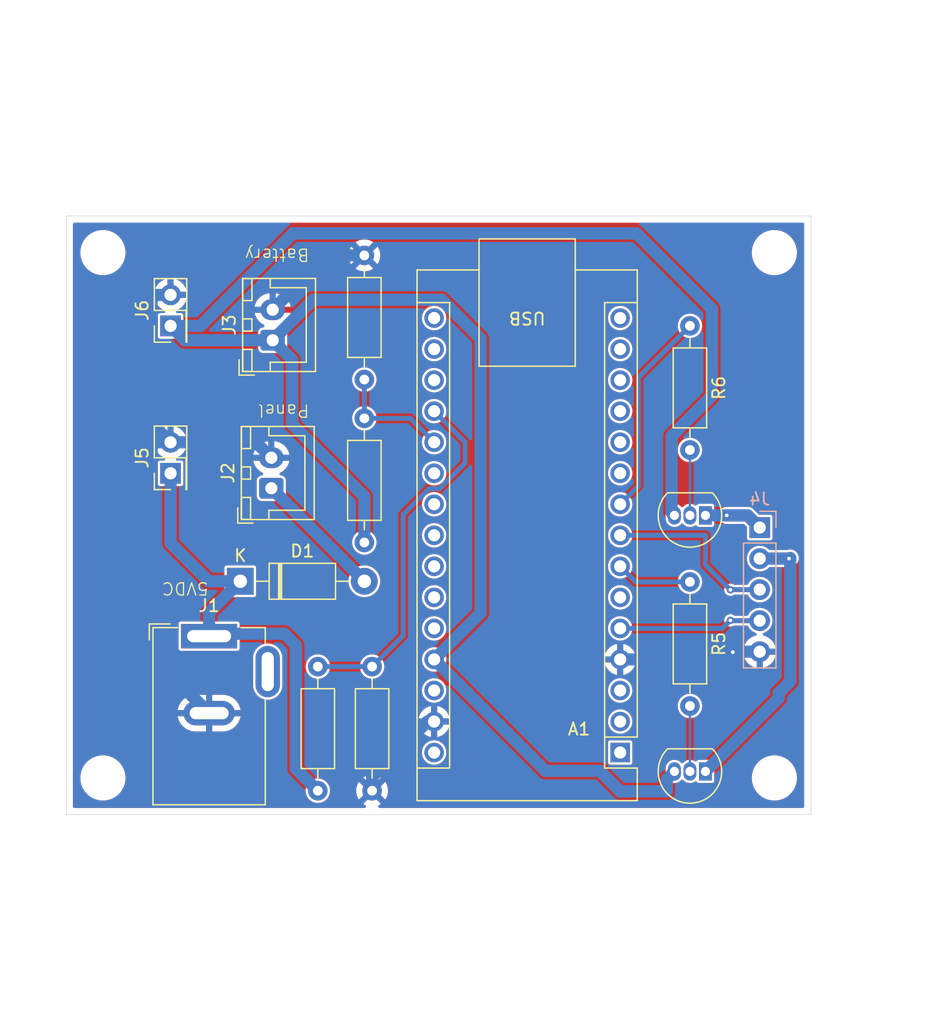
<source format=kicad_pcb>
(kicad_pcb (version 20240108) (generator "pcbnew") (generator_version "8.0")
  (layers (0 "F.Cu" signal) (31 "B.Cu" signal) (34 "B.Paste" user) (35 "F.Paste" user) (36 "B.SilkS" user "B.Silkscreen") (37 "F.SilkS" user "F.Silkscreen") (38 "B.Mask" user) (39 "F.Mask" user) (44 "Edge.Cuts" user))
  (net 0 "")
  (net 1 "+BATT")
  (net 3 "-BATT")
  (net 7 "/CHARGING_PIN")
  (net 11 "/CHARGING_LED_PIN")
  (net 17 "/BAT_PIN")
  (net 19 "/HIGH_LED_PIN")
  (net 23 "/BUTTON_PIN")
  (net 25 "/LOW_LED_PIN")
  (net 30 "+VDC")
  (net 31 "/SOLAR_IN")
  (net 32 "/HIGH_LED_OUT+")
  (net 33 "/LOW_LED_OUT")
  (net 34 "Net-(Q1-B)")
  (net 35 "Net-(Q2-B)")
  (footprint "Connector_PinHeader_2.54mm:PinHeader_2x01_P2.54mm_Vertical" (layer "F.Cu") (at 135.285 79.46 90)
    (property "Reference" "J5" (at 1.27 -2.33 90) (layer "F.SilkS"))
    (property "Value" "Conn_01x02")
    (fp_line (start 3.87 -1.33) (end 3.87 1.33) (stroke (width 0.12)) (layer "F.SilkS"))
    (fp_line (start 1.27 -1.33) (end 3.87 -1.33) (stroke (width 0.12)) (layer "F.SilkS"))
    (fp_line (start -1.33 -1.33) (end 0 -1.33) (stroke (width 0.12)) (layer "F.SilkS"))
    (fp_line (start -1.33 0) (end -1.33 -1.33) (stroke (width 0.12)) (layer "F.SilkS"))
    (fp_line (start 1.27 1.27) (end 1.27 -1.33) (stroke (width 0.12)) (layer "F.SilkS"))
    (fp_line (start -1.33 1.27) (end 1.27 1.27) (stroke (width 0.12)) (layer "F.SilkS"))
    (fp_line (start -1.33 1.27) (end -1.33 1.33) (stroke (width 0.12)) (layer "F.SilkS"))
    (fp_line (start -1.33 1.33) (end 3.87 1.33) (stroke (width 0.12)) (layer "F.SilkS"))
    (pad "1" thru_hole rect (at 0 0 90) (size 1.7 1.7) (drill 1) (layers "*.Cu" "*.Mask") (net 30 "+VDC"))
    (pad "2" thru_hole oval (at 2.54 0 90) (size 1.7 1.7) (drill 1) (layers "*.Cu" "*.Mask") (net 3 "-BATT"))
  )
  (footprint "Connector_PinHeader_2.54mm:PinHeader_2x01_P2.54mm_Vertical" (layer "F.Cu") (at 135.285 67.395 90)
    (property "Reference" "J6" (at 1.27 -2.33 90) (layer "F.SilkS"))
    (property "Value" "Conn_01x02")
    (fp_line (start 3.87 -1.33) (end 3.87 1.33) (stroke (width 0.12)) (layer "F.SilkS"))
    (fp_line (start 1.27 -1.33) (end 3.87 -1.33) (stroke (width 0.12)) (layer "F.SilkS"))
    (fp_line (start -1.33 -1.33) (end 0 -1.33) (stroke (width 0.12)) (layer "F.SilkS"))
    (fp_line (start -1.33 0) (end -1.33 -1.33) (stroke (width 0.12)) (layer "F.SilkS"))
    (fp_line (start 1.27 1.27) (end 1.27 -1.33) (stroke (width 0.12)) (layer "F.SilkS"))
    (fp_line (start -1.33 1.27) (end 1.27 1.27) (stroke (width 0.12)) (layer "F.SilkS"))
    (fp_line (start -1.33 1.27) (end -1.33 1.33) (stroke (width 0.12)) (layer "F.SilkS"))
    (fp_line (start -1.33 1.33) (end 3.87 1.33) (stroke (width 0.12)) (layer "F.SilkS"))
    (pad "1" thru_hole rect (at 0 0 90) (size 1.7 1.7) (drill 1) (layers "*.Cu" "*.Mask") (net 1 "+BATT"))
    (pad "2" thru_hole oval (at 2.54 0 90) (size 1.7 1.7) (drill 1) (layers "*.Cu" "*.Mask") (net 3 "-BATT"))
  )
  (footprint "Resistor_THT:R_Axial_DIN0207_L6.3mm_D2.5mm_P10.16mm_Horizontal" (layer "F.Cu") (at 147.35 105.44 90)
    (property "Reference" "R1" (hide yes))
    (property "Value" "50k")
    (fp_line (start 8.35 -1.37) (end 1.81 -1.37) (stroke (width 0.12)) (layer "F.SilkS"))
    (fp_line (start 1.81 -1.37) (end 1.81 1.37) (stroke (width 0.12)) (layer "F.SilkS"))
    (fp_line (start 9.12 0) (end 8.35 0) (stroke (width 0.12)) (layer "F.SilkS"))
    (fp_line (start 1.04 0) (end 1.81 0) (stroke (width 0.12)) (layer "F.SilkS"))
    (fp_line (start 8.35 1.37) (end 8.35 -1.37) (stroke (width 0.12)) (layer "F.SilkS"))
    (fp_line (start 1.81 1.37) (end 8.35 1.37) (stroke (width 0.12)) (layer "F.SilkS"))
    (pad "1" thru_hole circle (at 0 0 90) (size 1.6 1.6) (drill 0.8) (layers "*.Cu" "*.Mask") (net 30 "+VDC"))
    (pad "2" thru_hole oval (at 10.16 0 90) (size 1.6 1.6) (drill 0.8) (layers "*.Cu" "*.Mask") (net 7 "/CHARGING_PIN"))
  )
  (footprint "Resistor_THT:R_Axial_DIN0207_L6.3mm_D2.5mm_P10.16mm_Horizontal" (layer "F.Cu") (at 151.16 61.625 -90)
    (property "Reference" "R4" (hide yes))
    (property "Value" "10k")
    (fp_line (start 1.81 1.37) (end 8.35 1.37) (stroke (width 0.12)) (layer "F.SilkS"))
    (fp_line (start 8.35 1.37) (end 8.35 -1.37) (stroke (width 0.12)) (layer "F.SilkS"))
    (fp_line (start 1.04 0) (end 1.81 0) (stroke (width 0.12)) (layer "F.SilkS"))
    (fp_line (start 9.12 0) (end 8.35 0) (stroke (width 0.12)) (layer "F.SilkS"))
    (fp_line (start 1.81 -1.37) (end 1.81 1.37) (stroke (width 0.12)) (layer "F.SilkS"))
    (fp_line (start 8.35 -1.37) (end 1.81 -1.37) (stroke (width 0.12)) (layer "F.SilkS"))
    (pad "1" thru_hole circle (at 0 0 270) (size 1.6 1.6) (drill 0.8) (layers "*.Cu" "*.Mask") (net 3 "-BATT"))
    (pad "2" thru_hole oval (at 10.16 0 270) (size 1.6 1.6) (drill 0.8) (layers "*.Cu" "*.Mask") (net 17 "/BAT_PIN"))
  )
  (footprint "Resistor_THT:R_Axial_DIN0207_L6.3mm_D2.5mm_P10.16mm_Horizontal" (layer "F.Cu") (at 151.795 105.44 90)
    (property "Reference" "R2" (hide yes))
    (property "Value" "10k")
    (fp_line (start 8.35 -1.37) (end 1.81 -1.37) (stroke (width 0.12)) (layer "F.SilkS"))
    (fp_line (start 1.81 -1.37) (end 1.81 1.37) (stroke (width 0.12)) (layer "F.SilkS"))
    (fp_line (start 9.12 0) (end 8.35 0) (stroke (width 0.12)) (layer "F.SilkS"))
    (fp_line (start 1.04 0) (end 1.81 0) (stroke (width 0.12)) (layer "F.SilkS"))
    (fp_line (start 8.35 1.37) (end 8.35 -1.37) (stroke (width 0.12)) (layer "F.SilkS"))
    (fp_line (start 1.81 1.37) (end 8.35 1.37) (stroke (width 0.12)) (layer "F.SilkS"))
    (pad "1" thru_hole circle (at 0 0 90) (size 1.6 1.6) (drill 0.8) (layers "*.Cu" "*.Mask") (net 3 "-BATT"))
    (pad "2" thru_hole oval (at 10.16 0 90) (size 1.6 1.6) (drill 0.8) (layers "*.Cu" "*.Mask") (net 7 "/CHARGING_PIN"))
  )
  (footprint "MountingHole:MountingHole_3.2mm_M3_ISO14580" (layer "F.Cu") (at 129.745 104.395 90)
    (property "Reference" "REF**" (hide yes))
    (property "Value" "MountingHole_3.2mm_M3_ISO14580")
    (pad "" np_thru_hole circle (at 0 0 90) (size 3.2 3.2) (drill 3.2) (layers "*.Cu" "*.Mask"))
  )
  (footprint "Module:Arduino_Nano" (layer "F.Cu") (at 172.115 102.315 180)
    (property "Reference" "A1" (at 3.37 1.92 360) (layer "F.SilkS"))
    (property "Value" "Arduino_Nano_v3.x")
    (fp_line (start 16.64 39.5) (end 16.64 -3.94) (stroke (width 0.12)) (layer "F.SilkS"))
    (fp_line (start 16.64 39.5) (end 11.56 39.5) (stroke (width 0.12)) (layer "F.SilkS"))
    (fp_line (start 16.64 -3.94) (end -1.4 -3.94) (stroke (width 0.12)) (layer "F.SilkS"))
    (fp_line (start 13.97 36.83) (end 16.64 36.83) (stroke (width 0.12)) (layer "F.SilkS"))
    (fp_line (start 13.97 -1.27) (end 16.64 -1.27) (stroke (width 0.12)) (layer "F.SilkS"))
    (fp_line (start 13.97 -1.27) (end 13.97 36.83) (stroke (width 0.12)) (layer "F.SilkS"))
    (fp_line (start 11.56 42.04) (end 3.68 42.04) (stroke (width 0.12)) (layer "F.SilkS"))
    (fp_line (start 11.56 31.62) (end 11.56 42.04) (stroke (width 0.12)) (layer "F.SilkS"))
    (fp_line (start 3.68 42.04) (end 3.68 31.62) (stroke (width 0.12)) (layer "F.SilkS"))
    (fp_line (start 3.68 31.62) (end 11.56 31.62) (stroke (width 0.12)) (layer "F.SilkS"))
    (fp_line (start 1.27 36.83) (end -1.4 36.83) (stroke (width 0.12)) (layer "F.SilkS"))
    (fp_line (start 1.27 1.27) (end 1.27 36.83) (stroke (width 0.12)) (layer "F.SilkS"))
    (fp_line (start 1.27 1.27) (end 1.27 -1.27) (stroke (width 0.12)) (layer "F.SilkS"))
    (fp_line (start 1.27 1.27) (end -1.4 1.27) (stroke (width 0.12)) (layer "F.SilkS"))
    (fp_line (start 1.27 -1.27) (end -1.4 -1.27) (stroke (width 0.12)) (layer "F.SilkS"))
    (fp_line (start -1.4 39.5) (end 3.68 39.5) (stroke (width 0.12)) (layer "F.SilkS"))
    (fp_line (start -1.4 1.27) (end -1.4 39.5) (stroke (width 0.12)) (layer "F.SilkS"))
    (fp_line (start -1.4 -3.94) (end -1.4 -1.27) (stroke (width 0.12)) (layer "F.SilkS"))
    (fp_text user "USB" (at 7.62 35.56 180) (layer "F.SilkS"))
    (pad "1" thru_hole rect (at 0 0 180) (size 1.6 1.6) (drill 1) (layers "*.Cu" "*.Mask"))
    (pad "2" thru_hole oval (at 0 2.54 180) (size 1.6 1.6) (drill 1) (layers "*.Cu" "*.Mask"))
    (pad "3" thru_hole oval (at 0 5.08 180) (size 1.6 1.6) (drill 1) (layers "*.Cu" "*.Mask"))
    (pad "4" thru_hole oval (at 0 7.62 180) (size 1.6 1.6) (drill 1) (layers "*.Cu" "*.Mask") (net 3 "-BATT"))
    (pad "5" thru_hole oval (at 0 10.16 180) (size 1.6 1.6) (drill 1) (layers "*.Cu" "*.Mask") (net 23 "/BUTTON_PIN"))
    (pad "6" thru_hole oval (at 0 12.7 180) (size 1.6 1.6) (drill 1) (layers "*.Cu" "*.Mask"))
    (pad "7" thru_hole oval (at 0 15.24 180) (size 1.6 1.6) (drill 1) (layers "*.Cu" "*.Mask") (net 25 "/LOW_LED_PIN"))
    (pad "8" thru_hole oval (at 0 17.78 180) (size 1.6 1.6) (drill 1) (layers "*.Cu" "*.Mask") (net 11 "/CHARGING_LED_PIN"))
    (pad "9" thru_hole oval (at 0 20.32 180) (size 1.6 1.6) (drill 1) (layers "*.Cu" "*.Mask") (net 19 "/HIGH_LED_PIN"))
    (pad "10" thru_hole oval (at 0 22.86 180) (size 1.6 1.6) (drill 1) (layers "*.Cu" "*.Mask"))
    (pad "11" thru_hole oval (at 0 25.4 180) (size 1.6 1.6) (drill 1) (layers "*.Cu" "*.Mask"))
    (pad "12" thru_hole oval (at 0 27.94 180) (size 1.6 1.6) (drill 1) (layers "*.Cu" "*.Mask"))
    (pad "13" thru_hole oval (at 0 30.48 180) (size 1.6 1.6) (drill 1) (layers "*.Cu" "*.Mask"))
    (pad "14" thru_hole oval (at 0 33.02 180) (size 1.6 1.6) (drill 1) (layers "*.Cu" "*.Mask"))
    (pad "15" thru_hole oval (at 0 35.56 180) (size 1.6 1.6) (drill 1) (layers "*.Cu" "*.Mask"))
    (pad "16" thru_hole oval (at 15.24 35.56 180) (size 1.6 1.6) (drill 1) (layers "*.Cu" "*.Mask"))
    (pad "17" thru_hole oval (at 15.24 33.02 180) (size 1.6 1.6) (drill 1) (layers "*.Cu" "*.Mask"))
    (pad "18" thru_hole oval (at 15.24 30.48 180) (size 1.6 1.6) (drill 1) (layers "*.Cu" "*.Mask"))
    (pad "19" thru_hole oval (at 15.24 27.94 180) (size 1.6 1.6) (drill 1) (layers "*.Cu" "*.Mask") (net 7 "/CHARGING_PIN"))
    (pad "20" thru_hole oval (at 15.24 25.4 180) (size 1.6 1.6) (drill 1) (layers "*.Cu" "*.Mask") (net 17 "/BAT_PIN"))
    (pad "21" thru_hole oval (at 15.24 22.86 180) (size 1.6 1.6) (drill 1) (layers "*.Cu" "*.Mask"))
    (pad "22" thru_hole oval (at 15.24 20.32 180) (size 1.6 1.6) (drill 1) (layers "*.Cu" "*.Mask"))
    (pad "23" thru_hole oval (at 15.24 17.78 180) (size 1.6 1.6) (drill 1) (layers "*.Cu" "*.Mask"))
    (pad "24" thru_hole oval (at 15.24 15.24 180) (size 1.6 1.6) (drill 1) (layers "*.Cu" "*.Mask"))
    (pad "25" thru_hole oval (at 15.24 12.7 180) (size 1.6 1.6) (drill 1) (layers "*.Cu" "*.Mask"))
    (pad "26" thru_hole oval (at 15.24 10.16 180) (size 1.6 1.6) (drill 1) (layers "*.Cu" "*.Mask"))
    (pad "27" thru_hole oval (at 15.24 7.62 180) (size 1.6 1.6) (drill 1) (layers "*.Cu" "*.Mask") (net 1 "+BATT"))
    (pad "28" thru_hole oval (at 15.24 5.08 180) (size 1.6 1.6) (drill 1) (layers "*.Cu" "*.Mask"))
    (pad "29" thru_hole oval (at 15.24 2.54 180) (size 1.6 1.6) (drill 1) (layers "*.Cu" "*.Mask") (net 3 "-BATT"))
    (pad "30" thru_hole oval (at 15.24 0 180) (size 1.6 1.6) (drill 1) (layers "*.Cu" "*.Mask"))
  )
  (footprint "MountingHole:MountingHole_3.2mm_M3_ISO14580" (layer "F.Cu") (at 184.745 61.395 90)
    (property "Reference" "REF**" (hide yes))
    (property "Value" "MountingHole_3.2mm_M3_ISO14580")
    (pad "" np_thru_hole circle (at 0 0 90) (size 3.2 3.2) (drill 3.2) (layers "*.Cu" "*.Mask"))
  )
  (footprint "Resistor_THT:R_Axial_DIN0207_L6.3mm_D2.5mm_P10.16mm_Horizontal" (layer "F.Cu") (at 177.83 67.39 -90)
    (property "Reference" "R6" (at 5.08 -2.37 90) (layer "F.SilkS"))
    (property "Value" "10k")
    (fp_line (start 1.81 1.37) (end 8.35 1.37) (stroke (width 0.12)) (layer "F.SilkS"))
    (fp_line (start 8.35 1.37) (end 8.35 -1.37) (stroke (width 0.12)) (layer "F.SilkS"))
    (fp_line (start 1.04 0) (end 1.81 0) (stroke (width 0.12)) (layer "F.SilkS"))
    (fp_line (start 9.12 0) (end 8.35 0) (stroke (width 0.12)) (layer "F.SilkS"))
    (fp_line (start 1.81 -1.37) (end 1.81 1.37) (stroke (width 0.12)) (layer "F.SilkS"))
    (fp_line (start 8.35 -1.37) (end 1.81 -1.37) (stroke (width 0.12)) (layer "F.SilkS"))
    (pad "1" thru_hole circle (at 0 0 270) (size 1.6 1.6) (drill 0.8) (layers "*.Cu" "*.Mask") (net 19 "/HIGH_LED_PIN"))
    (pad "2" thru_hole oval (at 10.16 0 270) (size 1.6 1.6) (drill 0.8) (layers "*.Cu" "*.Mask") (net 35 "Net-(Q2-B)"))
  )
  (footprint "Connector_BarrelJack:BarrelJack_GCT_DCJ200-10-A_Horizontal" (layer "F.Cu") (at 138.445 92.79)
    (property "Reference" "J1" (at 0 -2.5 360) (layer "F.SilkS"))
    (property "Value" "Jack-DC")
    (fp_line (start -4.9 -1) (end -4.9 0.3) (stroke (width 0.12)) (layer "F.SilkS"))
    (fp_line (start -4.6 -0.7) (end -2.6 -0.7) (stroke (width 0.12)) (layer "F.SilkS"))
    (fp_line (start -4.6 13.8) (end -4.6 -0.7) (stroke (width 0.12)) (layer "F.SilkS"))
    (fp_line (start -3.2 -1) (end -4.9 -1) (stroke (width 0.12)) (layer "F.SilkS"))
    (fp_line (start 2.6 -0.7) (end 4.6 -0.7) (stroke (width 0.12)) (layer "F.SilkS"))
    (fp_line (start 4.6 -0.7) (end 4.6 0.6) (stroke (width 0.12)) (layer "F.SilkS"))
    (fp_line (start 4.6 5.2) (end 4.6 13.8) (stroke (width 0.12)) (layer "F.SilkS"))
    (fp_line (start 4.6 13.8) (end -4.6 13.8) (stroke (width 0.12)) (layer "F.SilkS"))
    (pad "1" thru_hole rect (at 0 0) (size 4.6 2) (drill oval 3.6 1) (layers "*.Cu" "*.Mask") (net 30 "+VDC"))
    (pad "2" thru_hole oval (at 0 6.3) (size 4.2 2) (drill oval 3.2 1) (layers "*.Cu" "*.Mask") (net 3 "-BATT"))
    (pad "3" thru_hole oval (at 4.8 2.9) (size 2 4.2) (drill oval 1 3.2) (layers "*.Cu" "*.Mask"))
  )
  (footprint "Package_TO_SOT_THT:TO-92_Inline" (layer "F.Cu") (at 179.1 82.905 180)
    (property "Reference" "Q2" (hide yes))
    (property "Value" "2N3904")
    (fp_line (start -0.53 1.85) (end 3.07 1.85) (stroke (width 0.12)) (layer "F.SilkS"))
    (fp_arc (start 1.27 -2.6) (mid 3.672087 -0.994977) (end 3.108478 1.838478) (stroke (width 0.12)) (layer "F.SilkS"))
    (fp_arc (start -0.568478 1.838478) (mid -1.132087 -0.994977) (end 1.27 -2.6) (stroke (width 0.12)) (layer "F.SilkS"))
    (pad "1" thru_hole rect (at 0 0 180) (size 1.05 1.5) (drill 0.75) (layers "*.Cu" "*.Mask") (net 33 "/LOW_LED_OUT"))
    (pad "2" thru_hole oval (at 1.27 0 180) (size 1.05 1.5) (drill 0.75) (layers "*.Cu" "*.Mask") (net 35 "Net-(Q2-B)"))
    (pad "3" thru_hole oval (at 2.54 0 180) (size 1.05 1.5) (drill 0.75) (layers "*.Cu" "*.Mask") (net 1 "+BATT"))
  )
  (footprint "MountingHole:MountingHole_3.2mm_M3_ISO14580" (layer "F.Cu") (at 184.745 104.395 90)
    (property "Reference" "REF**" (hide yes))
    (property "Value" "MountingHole_3.2mm_M3_ISO14580")
    (pad "" np_thru_hole circle (at 0 0 90) (size 3.2 3.2) (drill 3.2) (layers "*.Cu" "*.Mask"))
  )
  (footprint "Connector_JST:JST_XH_B2B-XH-A_1x02_P2.50mm_Vertical" (layer "F.Cu") (at 143.65 68.57 90)
    (property "Reference" "J3" (at 1.25 -3.55 90) (layer "F.SilkS"))
    (property "Value" "Conn_01x02_Pin" (hide yes))
    (fp_line (start -1.6 -2.75) (end -2.85 -2.75) (stroke (width 0.12)) (layer "F.SilkS"))
    (fp_line (start -2.85 -2.75) (end -2.85 -1.5) (stroke (width 0.12)) (layer "F.SilkS"))
    (fp_line (start 5.06 -2.46) (end -2.56 -2.46) (stroke (width 0.12)) (layer "F.SilkS"))
    (fp_line (start -2.56 -2.46) (end -2.56 3.51) (stroke (width 0.12)) (layer "F.SilkS"))
    (fp_line (start 5.05 -2.45) (end 3.25 -2.45) (stroke (width 0.12)) (layer "F.SilkS"))
    (fp_line (start 3.25 -2.45) (end 3.25 -1.7) (stroke (width 0.12)) (layer "F.SilkS"))
    (fp_line (start 1.75 -2.45) (end 0.75 -2.45) (stroke (width 0.12)) (layer "F.SilkS"))
    (fp_line (start 0.75 -2.45) (end 0.75 -1.7) (stroke (width 0.12)) (layer "F.SilkS"))
    (fp_line (start -0.75 -2.45) (end -2.55 -2.45) (stroke (width 0.12)) (layer "F.SilkS"))
    (fp_line (start -2.55 -2.45) (end -2.55 -1.7) (stroke (width 0.12)) (layer "F.SilkS"))
    (fp_line (start 5.05 -1.7) (end 5.05 -2.45) (stroke (width 0.12)) (layer "F.SilkS"))
    (fp_line (start 3.25 -1.7) (end 5.05 -1.7) (stroke (width 0.12)) (layer "F.SilkS"))
    (fp_line (start 1.75 -1.7) (end 1.75 -2.45) (stroke (width 0.12)) (layer "F.SilkS"))
    (fp_line (start 0.75 -1.7) (end 1.75 -1.7) (stroke (width 0.12)) (layer "F.SilkS"))
    (fp_line (start -0.75 -1.7) (end -0.75 -2.45) (stroke (width 0.12)) (layer "F.SilkS"))
    (fp_line (start -2.55 -1.7) (end -0.75 -1.7) (stroke (width 0.12)) (layer "F.SilkS"))
    (fp_line (start 5.05 -0.2) (end 4.3 -0.2) (stroke (width 0.12)) (layer "F.SilkS"))
    (fp_line (start 4.3 -0.2) (end 4.3 2.75) (stroke (width 0.12)) (layer "F.SilkS"))
    (fp_line (start -1.8 -0.2) (end -1.8 2.75) (stroke (width 0.12)) (layer "F.SilkS"))
    (fp_line (start -2.55 -0.2) (end -1.8 -0.2) (stroke (width 0.12)) (layer "F.SilkS"))
    (fp_line (start 4.3 2.75) (end 1.25 2.75) (stroke (width 0.12)) (layer "F.SilkS"))
    (fp_line (start -1.8 2.75) (end 1.25 2.75) (stroke (width 0.12)) (layer "F.SilkS"))
    (fp_line (start 5.06 3.51) (end 5.06 -2.46) (stroke (width 0.12)) (layer "F.SilkS"))
    (fp_line (start -2.56 3.51) (end 5.06 3.51) (stroke (width 0.12)) (layer "F.SilkS"))
    (pad "1" thru_hole roundrect (at 0 0 90) (size 1.7 2) (drill 1) (layers "*.Cu" "*.Mask") (roundrect_rratio 0.147059) (net 1 "+BATT"))
    (pad "2" thru_hole oval (at 2.5 0 90) (size 1.7 2) (drill 1) (layers "*.Cu" "*.Mask") (net 3 "-BATT"))
  )
  (footprint "Connector_JST:JST_XH_B2B-XH-A_1x02_P2.50mm_Vertical" (layer "F.Cu") (at 143.54 80.685 90)
    (property "Reference" "J2" (at 1.25 -3.55 90) (layer "F.SilkS"))
    (property "Value" "Conn_01x02_Pin" (hide yes))
    (fp_line (start -1.6 -2.75) (end -2.85 -2.75) (stroke (width 0.12)) (layer "F.SilkS"))
    (fp_line (start -2.85 -2.75) (end -2.85 -1.5) (stroke (width 0.12)) (layer "F.SilkS"))
    (fp_line (start 5.06 -2.46) (end -2.56 -2.46) (stroke (width 0.12)) (layer "F.SilkS"))
    (fp_line (start -2.56 -2.46) (end -2.56 3.51) (stroke (width 0.12)) (layer "F.SilkS"))
    (fp_line (start 5.05 -2.45) (end 3.25 -2.45) (stroke (width 0.12)) (layer "F.SilkS"))
    (fp_line (start 3.25 -2.45) (end 3.25 -1.7) (stroke (width 0.12)) (layer "F.SilkS"))
    (fp_line (start 1.75 -2.45) (end 0.75 -2.45) (stroke (width 0.12)) (layer "F.SilkS"))
    (fp_line (start 0.75 -2.45) (end 0.75 -1.7) (stroke (width 0.12)) (layer "F.SilkS"))
    (fp_line (start -0.75 -2.45) (end -2.55 -2.45) (stroke (width 0.12)) (layer "F.SilkS"))
    (fp_line (start -2.55 -2.45) (end -2.55 -1.7) (stroke (width 0.12)) (layer "F.SilkS"))
    (fp_line (start 5.05 -1.7) (end 5.05 -2.45) (stroke (width 0.12)) (layer "F.SilkS"))
    (fp_line (start 3.25 -1.7) (end 5.05 -1.7) (stroke (width 0.12)) (layer "F.SilkS"))
    (fp_line (start 1.75 -1.7) (end 1.75 -2.45) (stroke (width 0.12)) (layer "F.SilkS"))
    (fp_line (start 0.75 -1.7) (end 1.75 -1.7) (stroke (width 0.12)) (layer "F.SilkS"))
    (fp_line (start -0.75 -1.7) (end -0.75 -2.45) (stroke (width 0.12)) (layer "F.SilkS"))
    (fp_line (start -2.55 -1.7) (end -0.75 -1.7) (stroke (width 0.12)) (layer "F.SilkS"))
    (fp_line (start 5.05 -0.2) (end 4.3 -0.2) (stroke (width 0.12)) (layer "F.SilkS"))
    (fp_line (start 4.3 -0.2) (end 4.3 2.75) (stroke (width 0.12)) (layer "F.SilkS"))
    (fp_line (start -1.8 -0.2) (end -1.8 2.75) (stroke (width 0.12)) (layer "F.SilkS"))
    (fp_line (start -2.55 -0.2) (end -1.8 -0.2) (stroke (width 0.12)) (layer "F.SilkS"))
    (fp_line (start 4.3 2.75) (end 1.25 2.75) (stroke (width 0.12)) (layer "F.SilkS"))
    (fp_line (start -1.8 2.75) (end 1.25 2.75) (stroke (width 0.12)) (layer "F.SilkS"))
    (fp_line (start 5.06 3.51) (end 5.06 -2.46) (stroke (width 0.12)) (layer "F.SilkS"))
    (fp_line (start -2.56 3.51) (end 5.06 3.51) (stroke (width 0.12)) (layer "F.SilkS"))
    (pad "1" thru_hole roundrect (at 0 0 90) (size 1.7 2) (drill 1) (layers "*.Cu" "*.Mask") (roundrect_rratio 0.147059) (net 31 "/SOLAR_IN"))
    (pad "2" thru_hole oval (at 2.5 0 90) (size 1.7 2) (drill 1) (layers "*.Cu" "*.Mask") (net 3 "-BATT"))
  )
  (footprint "Resistor_THT:R_Axial_DIN0207_L6.3mm_D2.5mm_P10.16mm_Horizontal" (layer "F.Cu") (at 151.16 85.12 90)
    (property "Reference" "R3" (hide yes))
    (property "Value" "50k")
    (fp_line (start 8.35 -1.37) (end 1.81 -1.37) (stroke (width 0.12)) (layer "F.SilkS"))
    (fp_line (start 1.81 -1.37) (end 1.81 1.37) (stroke (width 0.12)) (layer "F.SilkS"))
    (fp_line (start 9.12 0) (end 8.35 0) (stroke (width 0.12)) (layer "F.SilkS"))
    (fp_line (start 1.04 0) (end 1.81 0) (stroke (width 0.12)) (layer "F.SilkS"))
    (fp_line (start 8.35 1.37) (end 8.35 -1.37) (stroke (width 0.12)) (layer "F.SilkS"))
    (fp_line (start 1.81 1.37) (end 8.35 1.37) (stroke (width 0.12)) (layer "F.SilkS"))
    (pad "1" thru_hole circle (at 0 0 90) (size 1.6 1.6) (drill 0.8) (layers "*.Cu" "*.Mask") (net 1 "+BATT"))
    (pad "2" thru_hole oval (at 10.16 0 90) (size 1.6 1.6) (drill 0.8) (layers "*.Cu" "*.Mask") (net 17 "/BAT_PIN"))
  )
  (footprint "Diode_THT:D_DO-41_SOD81_P10.16mm_Horizontal" (layer "F.Cu") (at 141 88.295)
    (property "Reference" "D1" (at 5.08 -2.47 360) (layer "F.SilkS"))
    (property "Value" "1N4007")
    (fp_line (start 1.34 0) (end 2.36 0) (stroke (width 0.12)) (layer "F.SilkS"))
    (fp_line (start 2.36 -1.47) (end 2.36 1.47) (stroke (width 0.12)) (layer "F.SilkS"))
    (fp_line (start 2.36 1.47) (end 7.8 1.47) (stroke (width 0.12)) (layer "F.SilkS"))
    (fp_line (start 3.14 -1.47) (end 3.14 1.47) (stroke (width 0.12)) (layer "F.SilkS"))
    (fp_line (start 3.26 -1.47) (end 3.26 1.47) (stroke (width 0.12)) (layer "F.SilkS"))
    (fp_line (start 3.38 -1.47) (end 3.38 1.47) (stroke (width 0.12)) (layer "F.SilkS"))
    (fp_line (start 7.8 -1.47) (end 2.36 -1.47) (stroke (width 0.12)) (layer "F.SilkS"))
    (fp_line (start 7.8 1.47) (end 7.8 -1.47) (stroke (width 0.12)) (layer "F.SilkS"))
    (fp_line (start 8.82 0) (end 7.8 0) (stroke (width 0.12)) (layer "F.SilkS"))
    (fp_text user "K" (at 0 -2.1 360) (layer "F.SilkS"))
    (pad "1" thru_hole rect (at 0 0) (size 2.2 2.2) (drill 1.1) (layers "*.Cu" "*.Mask") (net 30 "+VDC"))
    (pad "2" thru_hole oval (at 10.16 0) (size 2.2 2.2) (drill 1.1) (layers "*.Cu" "*.Mask") (net 31 "/SOLAR_IN"))
  )
  (footprint "Resistor_THT:R_Axial_DIN0207_L6.3mm_D2.5mm_P10.16mm_Horizontal" (layer "F.Cu") (at 177.83 88.345 -90)
    (property "Reference" "R5" (at 5.08 -2.37 90) (layer "F.SilkS"))
    (property "Value" "10k")
    (fp_line (start 1.81 1.37) (end 8.35 1.37) (stroke (width 0.12)) (layer "F.SilkS"))
    (fp_line (start 8.35 1.37) (end 8.35 -1.37) (stroke (width 0.12)) (layer "F.SilkS"))
    (fp_line (start 1.04 0) (end 1.81 0) (stroke (width 0.12)) (layer "F.SilkS"))
    (fp_line (start 9.12 0) (end 8.35 0) (stroke (width 0.12)) (layer "F.SilkS"))
    (fp_line (start 1.81 -1.37) (end 1.81 1.37) (stroke (width 0.12)) (layer "F.SilkS"))
    (fp_line (start 8.35 -1.37) (end 1.81 -1.37) (stroke (width 0.12)) (layer "F.SilkS"))
    (pad "1" thru_hole circle (at 0 0 270) (size 1.6 1.6) (drill 0.8) (layers "*.Cu" "*.Mask") (net 25 "/LOW_LED_PIN"))
    (pad "2" thru_hole oval (at 10.16 0 270) (size 1.6 1.6) (drill 0.8) (layers "*.Cu" "*.Mask") (net 34 "Net-(Q1-B)"))
  )
  (footprint "Package_TO_SOT_THT:TO-92_Inline" (layer "F.Cu") (at 179.1 103.86 180)
    (property "Reference" "Q1" (hide yes))
    (property "Value" "2N3904")
    (fp_line (start -0.53 1.85) (end 3.07 1.85) (stroke (width 0.12)) (layer "F.SilkS"))
    (fp_arc (start 1.27 -2.6) (mid 3.672087 -0.994977) (end 3.108478 1.838478) (stroke (width 0.12)) (layer "F.SilkS"))
    (fp_arc (start -0.568478 1.838478) (mid -1.132087 -0.994977) (end 1.27 -2.6) (stroke (width 0.12)) (layer "F.SilkS"))
    (pad "1" thru_hole rect (at 0 0 180) (size 1.05 1.5) (drill 0.75) (layers "*.Cu" "*.Mask") (net 32 "/HIGH_LED_OUT+"))
    (pad "2" thru_hole oval (at 1.27 0 180) (size 1.05 1.5) (drill 0.75) (layers "*.Cu" "*.Mask") (net 34 "Net-(Q1-B)"))
    (pad "3" thru_hole oval (at 2.54 0 180) (size 1.05 1.5) (drill 0.75) (layers "*.Cu" "*.Mask") (net 1 "+BATT"))
  )
  (footprint "MountingHole:MountingHole_3.2mm_M3_ISO14580" (layer "F.Cu") (at 129.745 61.395 90)
    (property "Reference" "REF**" (hide yes))
    (property "Value" "MountingHole_3.2mm_M3_ISO14580")
    (pad "" np_thru_hole circle (at 0 0 90) (size 3.2 3.2) (drill 3.2) (layers "*.Cu" "*.Mask"))
  )
  (footprint "Connector_PinHeader_2.54mm:PinHeader_1x05_P2.54mm_Vertical" (layer "B.Cu") (at 183.545 83.9 180)
    (property "Reference" "J4" (at 0 2.33 360) (layer "B.SilkS") (effects (justify mirror)))
    (property "Value" "Conn_01x05_Pin")
    (fp_line (start 1.33 -1.27) (end -1.33 -1.27) (stroke (width 0.12)) (layer "B.SilkS"))
    (fp_line (start 1.33 -11.49) (end 1.33 -1.27) (stroke (width 0.12)) (layer "B.SilkS"))
    (fp_line (start 1.33 -11.49) (end -1.33 -11.49) (stroke (width 0.12)) (layer "B.SilkS"))
    (fp_line (start 0 1.33) (end -1.33 1.33) (stroke (width 0.12)) (layer "B.SilkS"))
    (fp_line (start -1.33 1.33) (end -1.33 0) (stroke (width 0.12)) (layer "B.SilkS"))
    (fp_line (start -1.33 -11.49) (end -1.33 -1.27) (stroke (width 0.12)) (layer "B.SilkS"))
    (pad "1" thru_hole rect (at 0 0 180) (size 1.7 1.7) (drill 1) (layers "*.Cu" "*.Mask") (net 33 "/LOW_LED_OUT"))
    (pad "2" thru_hole oval (at 0 -2.54 180) (size 1.7 1.7) (drill 1) (layers "*.Cu" "*.Mask") (net 32 "/HIGH_LED_OUT+"))
    (pad "3" thru_hole oval (at 0 -5.08 180) (size 1.7 1.7) (drill 1) (layers "*.Cu" "*.Mask") (net 11 "/CHARGING_LED_PIN"))
    (pad "4" thru_hole oval (at 0 -7.62 180) (size 1.7 1.7) (drill 1) (layers "*.Cu" "*.Mask") (net 23 "/BUTTON_PIN"))
    (pad "5" thru_hole oval (at 0 -10.16 180) (size 1.7 1.7) (drill 1) (layers "*.Cu" "*.Mask") (net 3 "-BATT"))
  )
  (gr_rect (start 126.745 58.395) (end 187.745 107.395) (stroke (width 0.05)) (fill none) (layer "Edge.Cuts"))
  (gr_text "Panel" (at 146.715 73.74 180) (layer "F.SilkS") (effects (font (size 1 1) (thickness 0.1)) (justify left bottom)))
  (gr_text "Battery" (at 146.715 60.99 180) (layer "F.SilkS") (effects (font (size 1 1) (thickness 0.1)) (justify left bottom)))
  (gr_text "5VDC\n" (at 138.46 88.295 180) (layer "F.SilkS") (effects (font (size 1 1) (thickness 0.1)) (justify left bottom)))
  (segment (start 156.875 94.695) (end 165.995 103.815) (width 1) (layer "B.Cu") (net 1))
  (segment (start 172.115 105.49) (end 175.925 105.49) (width 1) (layer "B.Cu") (net 1))
  (segment (start 145.305 59.825) (end 173.44 59.825) (width 1) (layer "B.Cu") (net 1))
  (segment (start 135.285 67.395) (end 136.46 68.57) (width 1) (layer "B.Cu") (net 1))
  (segment (start 160.685 90.885) (end 156.875 94.695) (width 1) (layer "B.Cu") (net 1))
  (segment (start 143.65 68.57) (end 146.965 65.255) (width 1) (layer "B.Cu") (net 1))
  (segment (start 175.925 105.49) (end 175.925 104.495) (width 1) (layer "B.Cu") (net 1))
  (segment (start 145.24 70.16) (end 145.24 75.44) (width 1) (layer "B.Cu") (net 1))
  (segment (start 146.965 65.255) (end 157.496321 65.255) (width 1) (layer "B.Cu") (net 1))
  (segment (start 135.285 67.395) (end 137.735 67.395) (width 1) (layer "B.Cu") (net 1))
  (segment (start 179.63 73.105) (end 176.33 76.405) (width 1) (layer "B.Cu") (net 1))
  (segment (start 137.735 67.395) (end 145.305 59.825) (width 1) (layer "B.Cu") (net 1))
  (segment (start 173.44 59.825) (end 179.63 66.015) (width 1) (layer "B.Cu") (net 1))
  (segment (start 179.63 66.015) (end 179.63 73.105) (width 1) (layer "B.Cu") (net 1))
  (segment (start 176.33 82.675) (end 176.56 82.905) (width 1) (layer "B.Cu") (net 1))
  (segment (start 165.995 103.815) (end 170.44 103.815) (width 1) (layer "B.Cu") (net 1))
  (segment (start 176.33 76.405) (end 176.33 82.675) (width 1) (layer "B.Cu") (net 1))
  (segment (start 145.24 75.44) (end 151.16 81.36) (width 1) (layer "B.Cu") (net 1))
  (segment (start 136.46 68.57) (end 143.65 68.57) (width 1) (layer "B.Cu") (net 1))
  (segment (start 143.65 68.57) (end 145.24 70.16) (width 1) (layer "B.Cu") (net 1))
  (segment (start 151.16 81.36) (end 151.16 85.12) (width 1) (layer "B.Cu") (net 1))
  (segment (start 175.925 104.495) (end 176.56 103.86) (width 1) (layer "B.Cu") (net 1))
  (segment (start 160.685 68.443679) (end 160.685 90.885) (width 1) (layer "B.Cu") (net 1))
  (segment (start 170.44 103.815) (end 172.115 105.49) (width 1) (layer "B.Cu") (net 1))
  (segment (start 157.496321 65.255) (end 160.685 68.443679) (width 1) (layer "B.Cu") (net 1))
  (via (at 181.345 94.095) (size 0.6) (drill 0.3) (layers "F.Cu" "B.Cu") (net 3))
  (segment (start 135.285 76.92) (end 142.275 76.92) (width 1) (layer "B.Cu") (net 3))
  (segment (start 156.32863 99.775) (end 156.875 99.775) (width 1) (layer "B.Cu") (net 3))
  (segment (start 180.745 94.695) (end 181.345 94.095) (width 1) (layer "B.Cu") (net 3))
  (segment (start 148.095 61.625) (end 143.65 66.07) (width 1) (layer "B.Cu") (net 3))
  (segment (start 134.082919 64.855) (end 133.735 65.202919) (width 1) (layer "B.Cu") (net 3))
  (segment (start 142.275 76.92) (end 143.54 78.185) (width 1) (layer "B.Cu") (net 3))
  (segment (start 133.735 75.37) (end 135.285 76.92) (width 1) (layer "B.Cu") (net 3))
  (segment (start 133.735 65.202919) (end 133.735 75.37) (width 1) (layer "B.Cu") (net 3))
  (segment (start 151.795 104.30863) (end 156.32863 99.775) (width 1) (layer "B.Cu") (net 3))
  (segment (start 133.735 94.38) (end 133.735 77.267919) (width 1) (layer "B.Cu") (net 3))
  (segment (start 172.115 94.695) (end 180.745 94.695) (width 1) (layer "B.Cu") (net 3))
  (segment (start 151.795 105.44) (end 151.795 104.30863) (width 1) (layer "B.Cu") (net 3))
  (segment (start 181.38 94.06) (end 181.345 94.095) (width 1) (layer "B.Cu") (net 3))
  (segment (start 134.082919 76.92) (end 135.285 76.92) (width 1) (layer "B.Cu") (net 3))
  (segment (start 172.115 94.695) (end 172.75 94.695) (width 1) (layer "B.Cu") (net 3))
  (segment (start 138.445 99.09) (end 133.735 94.38) (width 1) (layer "B.Cu") (net 3))
  (segment (start 133.735 77.267919) (end 134.082919 76.92) (width 1) (layer "B.Cu") (net 3))
  (segment (start 135.285 64.855) (end 134.082919 64.855) (width 1) (layer "B.Cu") (net 3))
  (segment (start 151.16 61.625) (end 148.095 61.625) (width 1) (layer "B.Cu") (net 3))
  (segment (start 183.545 94.06) (end 181.38 94.06) (width 1) (layer "B.Cu") (net 3))
  (segment (start 154.335 82.837943) (end 156.447943 80.725) (width 0.4) (layer "B.Cu") (net 7))
  (segment (start 159.415 76.915) (end 156.875 74.375) (width 0.4) (layer "B.Cu") (net 7))
  (segment (start 159.415 78.612057) (end 159.415 76.915) (width 0.4) (layer "B.Cu") (net 7))
  (segment (start 156.447943 80.725) (end 157.302057 80.725) (width 0.4) (layer "B.Cu") (net 7))
  (segment (start 147.35 95.28) (end 151.795 95.28) (width 0.4) (layer "B.Cu") (net 7))
  (segment (start 154.335 92.74) (end 154.335 82.837943) (width 0.4) (layer "B.Cu") (net 7))
  (segment (start 157.302057 80.725) (end 159.415 78.612057) (width 0.4) (layer "B.Cu") (net 7))
  (segment (start 151.795 95.28) (end 154.335 92.74) (width 0.4) (layer "B.Cu") (net 7))
  (segment (start 181.06 88.98) (end 181.045 88.995) (width 0.4) (layer "F.Cu") (net 11))
  (segment (start 183.545 88.98) (end 181.06 88.98) (width 0.4) (layer "F.Cu") (net 11))
  (via (at 181.145 88.995) (size 0.6) (drill 0.3) (layers "F.Cu" "B.Cu") (net 11))
  (segment (start 179.1 84.535) (end 179.1 86.95) (width 0.4) (layer "B.Cu") (net 11))
  (segment (start 179.1 86.95) (end 181.145 88.995) (width 0.4) (layer "B.Cu") (net 11))
  (segment (start 172.115 84.535) (end 179.1 84.535) (width 0.4) (layer "B.Cu") (net 11))
  (segment (start 181.16 88.98) (end 181.145 88.995) (width 0.4) (layer "B.Cu") (net 11))
  (segment (start 183.545 88.98) (end 181.16 88.98) (width 0.4) (layer "B.Cu") (net 11))
  (segment (start 151.16 74.96) (end 151.16 71.785) (width 0.4) (layer "B.Cu") (net 17))
  (segment (start 154.92 74.96) (end 156.875 76.915) (width 0.4) (layer "B.Cu") (net 17))
  (segment (start 151.16 74.96) (end 154.92 74.96) (width 0.4) (layer "B.Cu") (net 17))
  (segment (start 173.615 71.605) (end 173.615 80.495) (width 0.4) (layer "B.Cu") (net 19))
  (segment (start 173.615 80.495) (end 172.115 81.995) (width 0.4) (layer "B.Cu") (net 19))
  (segment (start 177.83 67.39) (end 173.615 71.605) (width 0.4) (layer "B.Cu") (net 19))
  (segment (start 181.07 91.52) (end 181.045 91.495) (width 0.4) (layer "F.Cu") (net 23))
  (segment (start 183.545 91.52) (end 181.07 91.52) (width 0.4) (layer "F.Cu") (net 23))
  (via (at 181.145 91.495) (size 0.6) (drill 0.3) (layers "F.Cu" "B.Cu") (net 23))
  (segment (start 172.115 92.155) (end 180.485 92.155) (width 0.4) (layer "B.Cu") (net 23))
  (segment (start 183.545 91.52) (end 181.17 91.52) (width 0.4) (layer "B.Cu") (net 23))
  (segment (start 180.485 92.155) (end 181.145 91.495) (width 0.4) (layer "B.Cu") (net 23))
  (segment (start 181.17 91.52) (end 181.145 91.495) (width 0.4) (layer "B.Cu") (net 23))
  (segment (start 177.83 88.345) (end 173.385 88.345) (width 0.4) (layer "B.Cu") (net 25))
  (segment (start 173.385 88.345) (end 172.115 87.075) (width 0.4) (layer "B.Cu") (net 25))
  (segment (start 145.55 93.53) (end 144.61 92.59) (width 1) (layer "B.Cu") (net 30))
  (segment (start 144.61 92.59) (end 138.645 92.59) (width 1) (layer "B.Cu") (net 30))
  (segment (start 145.55 103.64) (end 145.55 93.53) (width 1) (layer "B.Cu") (net 30))
  (segment (start 138.445 90.85) (end 141 88.295) (width 1) (layer "B.Cu") (net 30))
  (segment (start 147.35 105.44) (end 145.55 103.64) (width 1) (layer "B.Cu") (net 30))
  (segment (start 141 88.295) (end 138.41 88.295) (width 1) (layer "B.Cu") (net 30))
  (segment (start 135.285 85.17) (end 135.285 79.46) (width 1) (layer "B.Cu") (net 30))
  (segment (start 138.41 88.295) (end 135.285 85.17) (width 1) (layer "B.Cu") (net 30))
  (segment (start 138.645 92.59) (end 138.445 92.79) (width 1) (layer "B.Cu") (net 30))
  (segment (start 138.445 92.79) (end 138.445 90.85) (width 1) (layer "B.Cu") (net 30))
  (segment (start 143.54 80.685) (end 143.55 80.685) (width 1) (layer "B.Cu") (net 31))
  (segment (start 143.55 80.685) (end 151.16 88.295) (width 1) (layer "B.Cu") (net 31))
  (segment (start 185.945 86.44) (end 186 86.44) (width 1) (layer "F.Cu") (net 32))
  (segment (start 186 86.44) (end 186.045 86.395) (width 1) (layer "F.Cu") (net 32))
  (segment (start 183.545 86.44) (end 185.945 86.44) (width 1) (layer "F.Cu") (net 32))
  (via (at 185.945 86.44) (size 0.6) (drill 0.3) (layers "F.Cu" "B.Cu") (net 32))
  (segment (start 186.045 86.395) (end 186.045 96.495) (width 1) (layer "B.Cu") (net 32))
  (segment (start 186.045 96.495) (end 185.095 97.445) (width 1) (layer "B.Cu") (net 32))
  (segment (start 183.545 86.44) (end 186 86.44) (width 1) (layer "B.Cu") (net 32))
  (segment (start 186 86.44) (end 186.045 86.395) (width 1) (layer "B.Cu") (net 32))
  (segment (start 185.095 97.865) (end 179.1 103.86) (width 1) (layer "B.Cu") (net 32))
  (segment (start 185.095 97.445) (end 185.095 97.865) (width 1) (layer "B.Cu") (net 32))
  (segment (start 180.845 82.905) (end 182.55 82.905) (width 1) (layer "F.Cu") (net 33))
  (segment (start 182.55 82.905) (end 183.545 83.9) (width 1) (layer "F.Cu") (net 33))
  (via (at 180.845 82.905) (size 0.6) (drill 0.3) (layers "F.Cu" "B.Cu") (net 33))
  (segment (start 182.55 82.905) (end 183.545 83.9) (width 1) (layer "B.Cu") (net 33))
  (segment (start 179.1 82.905) (end 182.55 82.905) (width 1) (layer "B.Cu") (net 33))
  (segment (start 177.83 98.505) (end 177.83 103.86) (width 0.2) (layer "B.Cu") (net 34))
  (segment (start 177.83 77.55) (end 177.83 82.905) (width 0.2) (layer "B.Cu") (net 35))
  (zone (net 3) (net_name "-BATT") (layers "F&B.Cu") (connect_pads (clearance 0)) (min_thickness 0.25) (fill yes (thermal_gap 0.5) (thermal_bridge_width 0.5))
    (polygon (pts (xy 162.59 40.72) (xy 198.15 46.435) (xy 196.88 124.54) (xy 121.315 122) (xy 123.22 43.26)))
  )
)
</source>
